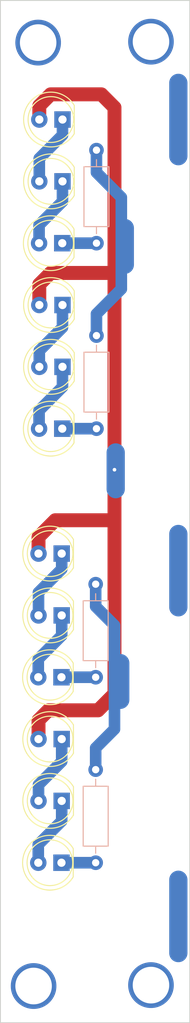
<source format=kicad_pcb>
(kicad_pcb (version 20211014) (generator pcbnew)
  (layers (0 "F.Cu" signal) (31 "B.Cu" signal) (34 "B.Paste" user) (35 "F.Paste" user) (36 "B.SilkS" user "B.Silkscreen") (37 "F.SilkS" user "F.Silkscreen") (38 "B.Mask" user) (39 "F.Mask" user) (44 "Edge.Cuts" user))
  (net 0 "")
  (footprint "LED_THT:LED_D5.0mm" (layer "F.Cu") (at 110.565 58.75 180)
    (fp_text reference "REF**" hide)
    (fp_text value "LED_D5.0mm" hide)
    (fp_line (start -1.29 -1.545) (end -1.29 1.545) (layer "F.SilkS") (width 0.12))
    (fp_arc (start 4.26 -0.000462) (mid 2.072002 2.880433) (end -1.29 1.54483) (layer "F.SilkS") (width 0.12))
    (fp_arc (start -1.29 -1.54483) (mid 2.072002 -2.880433) (end 4.26 0.000462) (layer "F.SilkS") (width 0.12))
    (fp_circle (center 1.27 0) (end 3.77 0) (layer "F.SilkS") (width 0.12) (fill none))
    (pad "1" thru_hole rect (at 0 0 180) (size 1.8 1.8) (drill 0.9) (layers *.Cu *.Mask))
    (pad "2" thru_hole circle (at 2.54 0 180) (size 1.8 1.8) (drill 0.9) (layers *.Cu *.Mask))
  )
  (footprint "LED_THT:LED_D5.0mm" (layer "F.Cu") (at 110.565 65.5 180)
    (fp_text reference "REF**" hide)
    (fp_text value "LED_D5.0mm" hide)
    (fp_line (start -1.29 -1.545) (end -1.29 1.545) (layer "F.SilkS") (width 0.12))
    (fp_arc (start -1.29 -1.54483) (mid 2.072002 -2.880433) (end 4.26 0.000462) (layer "F.SilkS") (width 0.12))
    (fp_arc (start 4.26 -0.000462) (mid 2.072002 2.880433) (end -1.29 1.54483) (layer "F.SilkS") (width 0.12))
    (fp_circle (center 1.27 0) (end 3.77 0) (layer "F.SilkS") (width 0.12) (fill none))
    (pad "1" thru_hole rect (at 0 0 180) (size 1.8 1.8) (drill 0.9) (layers *.Cu *.Mask))
    (pad "2" thru_hole circle (at 2.54 0 180) (size 1.8 1.8) (drill 0.9) (layers *.Cu *.Mask))
  )
  (footprint "LED_THT:LED_D5.0mm" (layer "F.Cu") (at 110.565 79 180)
    (fp_text reference "REF**" hide)
    (fp_text value "LED_D5.0mm" hide)
    (fp_line (start -1.29 -1.545) (end -1.29 1.545) (layer "F.SilkS") (width 0.12))
    (fp_arc (start -1.29 -1.54483) (mid 2.072002 -2.880433) (end 4.26 0.000462) (layer "F.SilkS") (width 0.12))
    (fp_arc (start 4.26 -0.000462) (mid 2.072002 2.880433) (end -1.29 1.54483) (layer "F.SilkS") (width 0.12))
    (fp_circle (center 1.27 0) (end 3.77 0) (layer "F.SilkS") (width 0.12) (fill none))
    (pad "1" thru_hole rect (at 0 0 180) (size 1.8 1.8) (drill 0.9) (layers *.Cu *.Mask))
    (pad "2" thru_hole circle (at 2.54 0 180) (size 1.8 1.8) (drill 0.9) (layers *.Cu *.Mask))
  )
  (footprint "LED_THT:LED_D5.0mm" (layer "F.Cu") (at 110.4775 112.8875 180)
    (fp_text reference "REF**" hide)
    (fp_text value "LED_D5.0mm" hide)
    (fp_line (start -1.29 -1.545) (end -1.29 1.545) (layer "F.SilkS") (width 0.12))
    (fp_arc (start 4.26 -0.000462) (mid 2.072002 2.880433) (end -1.29 1.54483) (layer "F.SilkS") (width 0.12))
    (fp_arc (start -1.29 -1.54483) (mid 2.072002 -2.880433) (end 4.26 0.000462) (layer "F.SilkS") (width 0.12))
    (fp_circle (center 1.27 0) (end 3.77 0) (layer "F.SilkS") (width 0.12) (fill none))
    (pad "1" thru_hole rect (at 0 0 180) (size 1.8 1.8) (drill 0.9) (layers *.Cu *.Mask))
    (pad "2" thru_hole circle (at 2.54 0 180) (size 1.8 1.8) (drill 0.9) (layers *.Cu *.Mask))
  )
  (footprint "LED_THT:LED_D5.0mm" (layer "F.Cu") (at 110.4775 133.1375 180)
    (fp_text reference "REF**" hide)
    (fp_text value "LED_D5.0mm" hide)
    (fp_line (start -1.29 -1.545) (end -1.29 1.545) (layer "F.SilkS") (width 0.12))
    (fp_arc (start 4.26 -0.000462) (mid 2.072002 2.880433) (end -1.29 1.54483) (layer "F.SilkS") (width 0.12))
    (fp_arc (start -1.29 -1.54483) (mid 2.072002 -2.880433) (end 4.26 0.000462) (layer "F.SilkS") (width 0.12))
    (fp_circle (center 1.27 0) (end 3.77 0) (layer "F.SilkS") (width 0.12) (fill none))
    (pad "1" thru_hole rect (at 0 0 180) (size 1.8 1.8) (drill 0.9) (layers *.Cu *.Mask))
    (pad "2" thru_hole circle (at 2.54 0 180) (size 1.8 1.8) (drill 0.9) (layers *.Cu *.Mask))
  )
  (footprint "LED_THT:LED_D5.0mm" (layer "F.Cu") (at 110.565 85.75 180)
    (fp_text reference "REF**" hide)
    (fp_text value "LED_D5.0mm" hide)
    (fp_line (start -1.29 -1.545) (end -1.29 1.545) (layer "F.SilkS") (width 0.12))
    (fp_arc (start -1.29 -1.54483) (mid 2.072002 -2.880433) (end 4.26 0.000462) (layer "F.SilkS") (width 0.12))
    (fp_arc (start 4.26 -0.000462) (mid 2.072002 2.880433) (end -1.29 1.54483) (layer "F.SilkS") (width 0.12))
    (fp_circle (center 1.27 0) (end 3.77 0) (layer "F.SilkS") (width 0.12) (fill none))
    (pad "1" thru_hole rect (at 0 0 180) (size 1.8 1.8) (drill 0.9) (layers *.Cu *.Mask))
    (pad "2" thru_hole circle (at 2.54 0 180) (size 1.8 1.8) (drill 0.9) (layers *.Cu *.Mask))
  )
  (footprint "LED_THT:LED_D5.0mm" (layer "F.Cu") (at 110.4775 126.3875 180)
    (fp_text reference "REF**" hide)
    (fp_text value "LED_D5.0mm" hide)
    (fp_line (start -1.29 -1.545) (end -1.29 1.545) (layer "F.SilkS") (width 0.12))
    (fp_arc (start 4.26 -0.000462) (mid 2.072002 2.880433) (end -1.29 1.54483) (layer "F.SilkS") (width 0.12))
    (fp_arc (start -1.29 -1.54483) (mid 2.072002 -2.880433) (end 4.26 0.000462) (layer "F.SilkS") (width 0.12))
    (fp_circle (center 1.27 0) (end 3.77 0) (layer "F.SilkS") (width 0.12) (fill none))
    (pad "1" thru_hole rect (at 0 0 180) (size 1.8 1.8) (drill 0.9) (layers *.Cu *.Mask))
    (pad "2" thru_hole circle (at 2.54 0 180) (size 1.8 1.8) (drill 0.9) (layers *.Cu *.Mask))
  )
  (footprint "LED_THT:LED_D5.0mm" (layer "F.Cu") (at 110.4525 139.8875 180)
    (fp_text reference "REF**" hide)
    (fp_text value "LED_D5.0mm" hide)
    (fp_line (start -1.29 -1.545) (end -1.29 1.545) (layer "F.SilkS") (width 0.12))
    (fp_arc (start 4.26 -0.000462) (mid 2.072002 2.880433) (end -1.29 1.54483) (layer "F.SilkS") (width 0.12))
    (fp_arc (start -1.29 -1.54483) (mid 2.072002 -2.880433) (end 4.26 0.000462) (layer "F.SilkS") (width 0.12))
    (fp_circle (center 1.27 0) (end 3.77 0) (layer "F.SilkS") (width 0.12) (fill none))
    (pad "1" thru_hole rect (at 0 0 180) (size 1.8 1.8) (drill 0.9) (layers *.Cu *.Mask))
    (pad "2" thru_hole circle (at 2.54 0 180) (size 1.8 1.8) (drill 0.9) (layers *.Cu *.Mask))
  )
  (footprint "LED_THT:LED_D5.0mm" (layer "F.Cu") (at 110.54 72.25 180)
    (fp_text reference "REF**" hide)
    (fp_text value "LED_D5.0mm" hide)
    (fp_line (start -1.29 -1.545) (end -1.29 1.545) (layer "F.SilkS") (width 0.12))
    (fp_arc (start -1.29 -1.54483) (mid 2.072002 -2.880433) (end 4.26 0.000462) (layer "F.SilkS") (width 0.12))
    (fp_arc (start 4.26 -0.000462) (mid 2.072002 2.880433) (end -1.29 1.54483) (layer "F.SilkS") (width 0.12))
    (fp_circle (center 1.27 0) (end 3.77 0) (layer "F.SilkS") (width 0.12) (fill none))
    (pad "1" thru_hole rect (at 0 0 180) (size 1.8 1.8) (drill 0.9) (layers *.Cu *.Mask))
    (pad "2" thru_hole circle (at 2.54 0 180) (size 1.8 1.8) (drill 0.9) (layers *.Cu *.Mask))
  )
  (footprint "LED_THT:LED_D5.0mm" (layer "F.Cu") (at 110.54 92.5 180)
    (fp_text reference "REF**" hide)
    (fp_text value "LED_D5.0mm" hide)
    (fp_line (start -1.29 -1.545) (end -1.29 1.545) (layer "F.SilkS") (width 0.12))
    (fp_arc (start 4.26 -0.000462) (mid 2.072002 2.880433) (end -1.29 1.54483) (layer "F.SilkS") (width 0.12))
    (fp_arc (start -1.29 -1.54483) (mid 2.072002 -2.880433) (end 4.26 0.000462) (layer "F.SilkS") (width 0.12))
    (fp_circle (center 1.27 0) (end 3.77 0) (layer "F.SilkS") (width 0.12) (fill none))
    (pad "1" thru_hole rect (at 0 0 180) (size 1.8 1.8) (drill 0.9) (layers *.Cu *.Mask))
    (pad "2" thru_hole circle (at 2.54 0 180) (size 1.8 1.8) (drill 0.9) (layers *.Cu *.Mask))
  )
  (footprint "LED_THT:LED_D5.0mm" (layer "F.Cu") (at 110.4525 119.6375 180)
    (fp_text reference "REF**" hide)
    (fp_text value "LED_D5.0mm" hide)
    (fp_line (start -1.29 -1.545) (end -1.29 1.545) (layer "F.SilkS") (width 0.12))
    (fp_arc (start -1.29 -1.54483) (mid 2.072002 -2.880433) (end 4.26 0.000462) (layer "F.SilkS") (width 0.12))
    (fp_arc (start 4.26 -0.000462) (mid 2.072002 2.880433) (end -1.29 1.54483) (layer "F.SilkS") (width 0.12))
    (fp_circle (center 1.27 0) (end 3.77 0) (layer "F.SilkS") (width 0.12) (fill none))
    (pad "1" thru_hole rect (at 0 0 180) (size 1.8 1.8) (drill 0.9) (layers *.Cu *.Mask))
    (pad "2" thru_hole circle (at 2.54 0 180) (size 1.8 1.8) (drill 0.9) (layers *.Cu *.Mask))
  )
  (footprint "LED_THT:LED_D5.0mm" (layer "F.Cu") (at 110.4775 106.1375 180)
    (fp_text reference "REF**" hide)
    (fp_text value "LED_D5.0mm" hide)
    (fp_line (start -1.29 -1.545) (end -1.29 1.545) (layer "F.SilkS") (width 0.12))
    (fp_arc (start -1.29 -1.54483) (mid 2.072002 -2.880433) (end 4.26 0.000462) (layer "F.SilkS") (width 0.12))
    (fp_arc (start 4.26 -0.000462) (mid 2.072002 2.880433) (end -1.29 1.54483) (layer "F.SilkS") (width 0.12))
    (fp_circle (center 1.27 0) (end 3.77 0) (layer "F.SilkS") (width 0.12) (fill none))
    (pad "1" thru_hole rect (at 0 0 180) (size 1.8 1.8) (drill 0.9) (layers *.Cu *.Mask))
    (pad "2" thru_hole circle (at 2.54 0 180) (size 1.8 1.8) (drill 0.9) (layers *.Cu *.Mask))
  )
  (footprint "NetTie:NetTie-3_SMD_Pad2.0mm" (layer "B.Cu") (at 123.265006 108.000013 -90)
    (fp_text reference "REF**" hide)
    (fp_text value "NetTie-3_SMD_Pad2.0mm" hide)
    (fp_poly (pts (xy -4 1) (xy 4 1) (xy 4 -1) (xy -4 -1)) (layer "B.Cu") (width 0) (fill solid))
    (pad "1" smd circle (at -4 0 270) (size 2 2) (layers "B.Cu"))
    (pad "2" smd circle (at 0 0 270) (size 2 2) (layers "B.Cu"))
    (pad "3" smd circle (at 4 0 270) (size 2 2) (layers "B.Cu"))
  )
  (footprint "Resistor_THT:R_Axial_DIN0207_L6.3mm_D2.5mm_P10.16mm_Horizontal" (layer "B.Cu") (at 114.2025 109.4775 -90)
    (fp_text reference "REF**" hide)
    (fp_text value "R_Axial_DIN0207_L6.3mm_D2.5mm_P10.16mm_Horizontal" hide)
    (fp_line (start 1.81 1.37) (end 1.81 -1.37) (layer "B.SilkS") (width 0.12))
    (fp_line (start 1.04 0) (end 1.81 0) (layer "B.SilkS") (width 0.12))
    (fp_line (start 9.12 0) (end 8.35 0) (layer "B.SilkS") (width 0.12))
    (fp_line (start 8.35 1.37) (end 1.81 1.37) (layer "B.SilkS") (width 0.12))
    (fp_line (start 8.35 -1.37) (end 8.35 1.37) (layer "B.SilkS") (width 0.12))
    (fp_line (start 1.81 -1.37) (end 8.35 -1.37) (layer "B.SilkS") (width 0.12))
    (pad "1" thru_hole circle (at 0 0 270) (size 1.6 1.6) (drill 0.8) (layers *.Cu *.Mask))
    (pad "2" thru_hole oval (at 10.16 0 270) (size 1.6 1.6) (drill 0.8) (layers *.Cu *.Mask))
  )
  (footprint "Resistor_THT:R_Axial_DIN0207_L6.3mm_D2.5mm_P10.16mm_Horizontal" (layer "B.Cu") (at 114.2025 129.7275 -90)
    (fp_text reference "REF**" hide)
    (fp_text value "R_Axial_DIN0207_L6.3mm_D2.5mm_P10.16mm_Horizontal" hide)
    (fp_line (start 1.81 -1.37) (end 8.35 -1.37) (layer "B.SilkS") (width 0.12))
    (fp_line (start 8.35 -1.37) (end 8.35 1.37) (layer "B.SilkS") (width 0.12))
    (fp_line (start 9.12 0) (end 8.35 0) (layer "B.SilkS") (width 0.12))
    (fp_line (start 1.81 1.37) (end 1.81 -1.37) (layer "B.SilkS") (width 0.12))
    (fp_line (start 8.35 1.37) (end 1.81 1.37) (layer "B.SilkS") (width 0.12))
    (fp_line (start 1.04 0) (end 1.81 0) (layer "B.SilkS") (width 0.12))
    (pad "1" thru_hole circle (at 0 0 270) (size 1.6 1.6) (drill 0.8) (layers *.Cu *.Mask))
    (pad "2" thru_hole oval (at 10.16 0 270) (size 1.6 1.6) (drill 0.8) (layers *.Cu *.Mask))
  )
  (footprint "Resistor_THT:R_Axial_DIN0207_L6.3mm_D2.5mm_P10.16mm_Horizontal" (layer "B.Cu") (at 114.29 62.09 -90)
    (fp_text reference "REF**" hide)
    (fp_text value "R_Axial_DIN0207_L6.3mm_D2.5mm_P10.16mm_Horizontal" hide)
    (fp_line (start 1.81 1.37) (end 1.81 -1.37) (layer "B.SilkS") (width 0.12))
    (fp_line (start 8.35 -1.37) (end 8.35 1.37) (layer "B.SilkS") (width 0.12))
    (fp_line (start 8.35 1.37) (end 1.81 1.37) (layer "B.SilkS") (width 0.12))
    (fp_line (start 9.12 0) (end 8.35 0) (layer "B.SilkS") (width 0.12))
    (fp_line (start 1.81 -1.37) (end 8.35 -1.37) (layer "B.SilkS") (width 0.12))
    (fp_line (start 1.04 0) (end 1.81 0) (layer "B.SilkS") (width 0.12))
    (pad "1" thru_hole circle (at 0 0 270) (size 1.6 1.6) (drill 0.8) (layers *.Cu *.Mask))
    (pad "2" thru_hole oval (at 10.16 0 270) (size 1.6 1.6) (drill 0.8) (layers *.Cu *.Mask))
  )
  (footprint "NetTie:NetTie-2_SMD_Pad2.0mm" (layer "B.Cu") (at 117.3975 72.6 -90)
    (fp_text reference "REF**" hide)
    (fp_text value "NetTie-2_SMD_Pad2.0mm" hide)
    (fp_poly (pts (xy -2 1) (xy 2 1) (xy 2 -1) (xy -2 -1)) (layer "B.Cu") (width 0) (fill solid))
    (pad "1" smd circle (at -2 0 270) (size 2 2) (layers "B.Cu"))
    (pad "2" smd circle (at 2 0 270) (size 2 2) (layers "B.Cu"))
  )
  (footprint "NetTie:NetTie-3_SMD_Pad2.0mm" (layer "B.Cu") (at 123.265 58.75 -90)
    (fp_text reference "REF**" hide)
    (fp_text value "NetTie-3_SMD_Pad2.0mm" hide)
    (fp_poly (pts (xy -4 1) (xy 4 1) (xy 4 -1) (xy -4 -1)) (layer "B.Cu") (width 0) (fill solid))
    (pad "1" smd circle (at -4 0 270) (size 2 2) (layers "B.Cu"))
    (pad "2" smd circle (at 0 0 270) (size 2 2) (layers "B.Cu"))
    (pad "3" smd circle (at 4 0 270) (size 2 2) (layers "B.Cu"))
  )
  (footprint "NetTie:NetTie-2_SMD_Pad2.0mm" (layer "B.Cu") (at 116.8975 120.1 -90)
    (fp_text reference "REF**" hide)
    (fp_text value "NetTie-2_SMD_Pad2.0mm" hide)
    (fp_poly (pts (xy -2 1) (xy 2 1) (xy 2 -1) (xy -2 -1)) (layer "B.Cu") (width 0) (fill solid))
    (pad "1" smd circle (at -2 0 270) (size 2 2) (layers "B.Cu"))
    (pad "2" smd circle (at 2 0 270) (size 2 2) (layers "B.Cu"))
  )
  (footprint "NetTie:NetTie-3_SMD_Pad2.0mm" (layer "B.Cu") (at 123.265 145.75 -90)
    (fp_text reference "REF**" hide)
    (fp_text value "NetTie-3_SMD_Pad2.0mm" hide)
    (fp_poly (pts (xy -4 1) (xy 4 1) (xy 4 -1) (xy -4 -1)) (layer "B.Cu") (width 0) (fill solid))
    (pad "1" smd circle (at -4 0 270) (size 2 2) (layers "B.Cu"))
    (pad "2" smd circle (at 0 0 270) (size 2 2) (layers "B.Cu"))
    (pad "3" smd circle (at 4 0 270) (size 2 2) (layers "B.Cu"))
  )
  (footprint "NetTie:NetTie-2_SMD_Pad2.0mm" (layer "B.Cu") (at 116.3975 97.1 -90)
    (fp_text reference "REF**" hide)
    (fp_text value "NetTie-2_SMD_Pad2.0mm" hide)
    (fp_poly (pts (xy -2 1) (xy 2 1) (xy 2 -1) (xy -2 -1)) (layer "B.Cu") (width 0) (fill solid))
    (pad "1" smd circle (at -2 0 270) (size 2 2) (layers "B.Cu"))
    (pad "2" smd circle (at 2 0 270) (size 2 2) (layers "B.Cu"))
  )
  (footprint "Resistor_THT:R_Axial_DIN0207_L6.3mm_D2.5mm_P10.16mm_Horizontal" (layer "B.Cu") (at 114.29 82.34 -90)
    (fp_text reference "REF**" hide)
    (fp_text value "R_Axial_DIN0207_L6.3mm_D2.5mm_P10.16mm_Horizontal" hide)
    (fp_line (start 1.81 1.37) (end 1.81 -1.37) (layer "B.SilkS") (width 0.12))
    (fp_line (start 8.35 -1.37) (end 8.35 1.37) (layer "B.SilkS") (width 0.12))
    (fp_line (start 9.12 0) (end 8.35 0) (layer "B.SilkS") (width 0.12))
    (fp_line (start 8.35 1.37) (end 1.81 1.37) (layer "B.SilkS") (width 0.12))
    (fp_line (start 1.81 -1.37) (end 8.35 -1.37) (layer "B.SilkS") (width 0.12))
    (fp_line (start 1.04 0) (end 1.81 0) (layer "B.SilkS") (width 0.12))
    (pad "1" thru_hole circle (at 0 0 270) (size 1.6 1.6) (drill 0.8) (layers *.Cu *.Mask))
    (pad "2" thru_hole oval (at 10.16 0 270) (size 1.6 1.6) (drill 0.8) (layers *.Cu *.Mask))
  )
  (gr_rect (start 124.515 157.35) (end 103.765 45.75) (layer "Edge.Cuts") (width 0.1) (fill none))
  (segment (start 108.025 79) (end 108.025 76.74) (width 1.524) (layer "F.Cu") (net 0))
  (segment (start 107.9375 104.3275) (end 109.765 102.5) (width 1.524) (layer "F.Cu") (net 0))
  (segment (start 109.765 102.5) (end 116.265 102.5) (width 1.524) (layer "F.Cu") (net 0))
  (segment (start 109.015 123.25) (end 114.465 123.25) (width 1.524) (layer "F.Cu") (net 0))
  (segment (start 114.83 56) (end 116.265 57.435) (width 1.524) (layer "F.Cu") (net 0))
  (segment (start 108.025 58.75) (end 108.025 57.24) (width 1.524) (layer "F.Cu") (net 0))
  (segment (start 109.265 56) (end 114.83 56) (width 1.524) (layer "F.Cu") (net 0))
  (segment (start 116.265 96.9825) (end 116.265 102.5) (width 1.524) (layer "F.Cu") (net 0))
  (segment (start 116.265 75.5) (end 116.265 96.9825) (width 1.524) (layer "F.Cu") (net 0))
  (segment (start 116.265 121.45) (end 116.265 102.5) (width 1.524) (layer "F.Cu") (net 0))
  (segment (start 107.9375 106.1375) (end 107.9375 104.3275) (width 1.524) (layer "F.Cu") (net 0))
  (segment (start 114.465 123.25) (end 116.265 121.45) (width 1.524) (layer "F.Cu") (net 0))
  (segment (start 107.9375 124.3275) (end 109.015 123.25) (width 1.524) (layer "F.Cu") (net 0))
  (segment (start 107.9375 126.3875) (end 107.9375 124.3275) (width 1.524) (layer "F.Cu") (net 0))
  (segment (start 116.265 57.435) (end 116.265 75.5) (width 1.524) (layer "F.Cu") (net 0))
  (segment (start 108.025 76.74) (end 109.265 75.5) (width 1.524) (layer "F.Cu") (net 0))
  (segment (start 109.265 75.5) (end 116.265 75.5) (width 1.524) (layer "F.Cu") (net 0))
  (segment (start 108.025 57.24) (end 109.265 56) (width 1.524) (layer "F.Cu") (net 0))
  (via (at 107.3975 153.35) (size 5) (drill 4) (layers "F.Cu" "B.Cu") (net 0))
  (via (at 120.265 50.25) (size 5) (drill 4) (layers "F.Cu" "B.Cu") (net 0))
  (via (at 120.265 153.25) (size 5) (drill 4) (layers "F.Cu" "B.Cu") (net 0))
  (via (at 107.8975 50.35) (size 5) (drill 4) (layers "F.Cu" "B.Cu") (net 0))
  (via (at 116.265 96.9825) (size 0.8) (drill 0.4) (layers "F.Cu" "B.Cu") (net 0))
  (segment (start 114.2025 109.4775) (end 114.2025 111.9125) (width 1.27) (layer "B.Cu") (net 0))
  (segment (start 117.015 67.25) (end 117.015 77.25) (width 1.27) (layer "B.Cu") (net 0))
  (segment (start 107.9125 137.9025) (end 110.4775 135.3375) (width 1.27) (layer "B.Cu") (net 0))
  (segment (start 114.2025 127.3625) (end 114.2025 129.7275) (width 1.27) (layer "B.Cu") (net 0))
  (segment (start 108.025 63.01) (end 108.025 65.5) (width 1.27) (layer "B.Cu") (net 0))
  (segment (start 114.29 79.975) (end 114.29 82.34) (width 1.27) (layer "B.Cu") (net 0))
  (segment (start 110.4525 119.6375) (end 114.2025 119.6375) (width 1.27) (layer "B.Cu") (net 0))
  (segment (start 114.29 64.525) (end 117.015 67.25) (width 1.27) (layer "B.Cu") (net 0))
  (segment (start 110.565 79) (end 110.565 81.45) (width 1.27) (layer "B.Cu") (net 0))
  (segment (start 110.4775 135.3375) (end 110.4775 133.1375) (width 1.27) (layer "B.Cu") (net 0))
  (segment (start 107.9275 110.3875) (end 107.9375 110.3975) (width 1.27) (layer "B.Cu") (net 0))
  (segment (start 110.565 67.7) (end 110.565 65.5) (width 1.27) (layer "B.Cu") (net 0))
  (segment (start 114.29 62.09) (end 114.29 64.525) (width 1.27) (layer "B.Cu") (net 0))
  (segment (start 110.565 60.45) (end 108.015 63) (width 1.27) (layer "B.Cu") (net 0))
  (segment (start 108 72.25) (end 108 70.265) (width 1.27) (layer "B.Cu") (net 0))
  (segment (start 110.4525 139.8875) (end 114.2025 139.8875) (width 1.27) (layer "B.Cu") (net 0))
  (segment (start 110.4775 106.1375) (end 110.4775 107.8375) (width 1.27) (layer "B.Cu") (net 0))
  (segment (start 110.565 87.95) (end 110.565 85.75) (width 1.27) (layer "B.Cu") (net 0))
  (segment (start 117.065 77.3) (end 117.015 77.25) (width 0.6096) (layer "B.Cu") (net 0))
  (segment (start 108.025 83.99) (end 108.025 85.75) (width 1.27) (layer "B.Cu") (net 0))
  (segment (start 108 92.5) (end 108 90.515) (width 1.27) (layer "B.Cu") (net 0))
  (segment (start 110.565 81.45) (end 108.025 83.99) (width 1.27) (layer "B.Cu") (net 0))
  (segment (start 116.265 113.975) (end 116.265 125.3) (width 1.27) (layer "B.Cu") (net 0))
  (segment (start 107.9125 117.6525) (end 110.4775 115.0875) (width 1.27) (layer "B.Cu") (net 0))
  (segment (start 114.2025 111.9125) (end 116.265 113.975) (width 1.27) (layer "B.Cu") (net 0))
  (segment (start 108 90.515) (end 110.565 87.95) (width 1.27) (layer "B.Cu") (net 0))
  (segment (start 117.015 77.25) (end 114.29 79.975) (width 1.27) (layer "B.Cu") (net 0))
  (segment (start 110.565 58.75) (end 110.565 60.45) (width 1.27) (layer "B.Cu") (net 0))
  (segment (start 110.4775 115.0875) (end 110.4775 112.8875) (width 1.27) (layer "B.Cu") (net 0))
  (segment (start 116.265 125.3) (end 114.2025 127.3625) (width 1.27) (layer "B.Cu") (net 0))
  (segment (start 110.4775 126.3875) (end 110.4775 128.8375) (width 1.27) (layer "B.Cu") (net 0))
  (segment (start 110.4775 128.8375) (end 107.9375 131.3775) (width 1.27) (layer "B.Cu") (net 0))
  (segment (start 110.54 72.25) (end 114.29 72.25) (width 1.27) (layer "B.Cu") (net 0))
  (segment (start 107.9125 139.8875) (end 107.9125 137.9025) (width 1.27) (layer "B.Cu") (net 0))
  (segment (start 108.015 63) (end 108.025 63.01) (width 1.27) (layer "B.Cu") (net 0))
  (segment (start 107.9125 119.6375) (end 107.9125 117.6525) (width 1.27) (layer "B.Cu") (net 0))
  (segment (start 108 70.265) (end 110.565 67.7) (width 1.27) (layer "B.Cu") (net 0))
  (segment (start 107.9375 131.3775) (end 107.9375 133.1375) (width 1.27) (layer "B.Cu") (net 0))
  (segment (start 110.54 92.5) (end 114.29 92.5) (width 1.27) (layer "B.Cu") (net 0))
  (segment (start 107.9375 110.3975) (end 107.9375 112.8875) (width 1.27) (layer "B.Cu") (net 0))
  (segment (start 110.4775 107.8375) (end 107.9275 110.3875) (width 1.27) (layer "B.Cu") (net 0))
)
</source>
